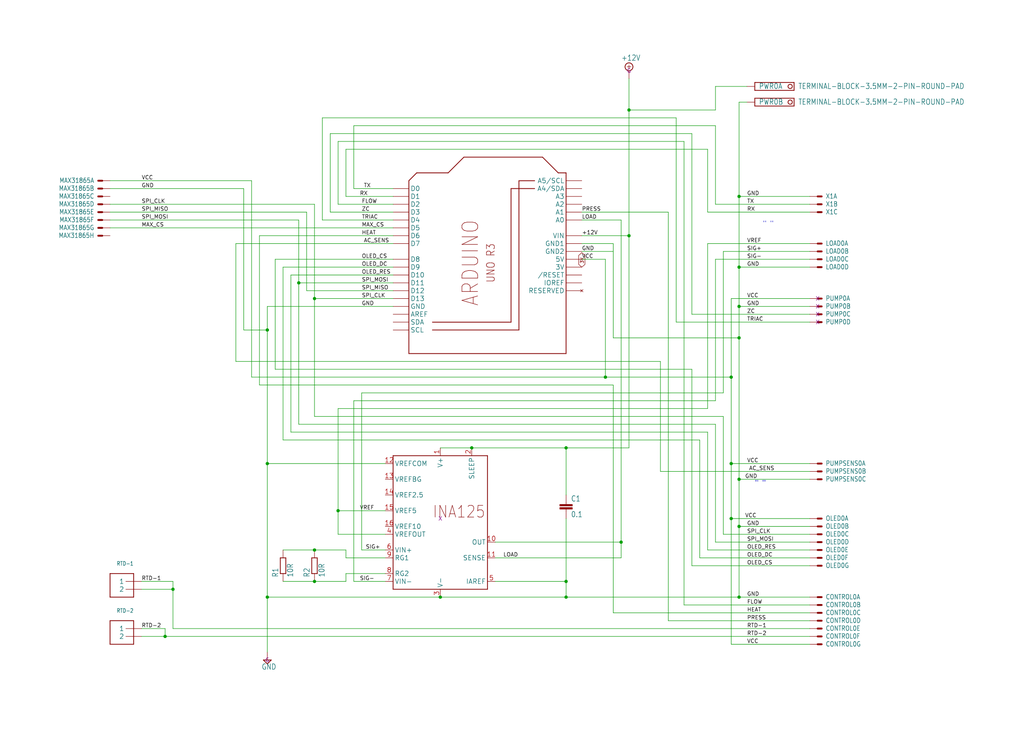
<source format=kicad_sch>
(kicad_sch (version 20250114) (generator "eeschema") (generator_version "9.0")
  (paper "User" 330.81 237.693)
  (lib_symbols
    (symbol "controller-eagle-import:+12V" (power)
      (symbol "+12V_1_0"
        (polyline (pts (xy -0.635 1.27) (xy 0.635 1.27)) (stroke (width 0.1524)))
        (polyline (pts (xy 0 1.905) (xy 0 0.635)) (stroke (width 0.1524)))
        (circle (center 0 1.27) (radius 1.27) (stroke (width 0.254)))
        (pin power_in line (at 0 -2.54 90) (length 2.54) (name "+12V") (number "1"))
      )
    )
    (symbol "controller-eagle-import:22-23-2031"
      (property "Reference" "X" (at 2.54 -0.762 0))
      (symbol "22-23-2031_1_0"
        (polyline (pts (xy 1.27 0) (xy 0 0)) (stroke (width 0.6096)))
        (pin passive line (at -2.54 0 0) (length 2.54) (name "S") (number "1"))
      )
      (symbol "22-23-2031_2_0"
        (polyline (pts (xy 1.27 0) (xy 0 0)) (stroke (width 0.6096)))
        (pin passive line (at -2.54 0 0) (length 2.54) (name "S") (number "2"))
      )
      (symbol "22-23-2031_3_0"
        (polyline (pts (xy 1.27 0) (xy 0 0)) (stroke (width 0.6096)))
        (pin passive line (at -2.54 0 0) (length 2.54) (name "S") (number "3"))
      )
    )
    (symbol "controller-eagle-import:22-23-2041"
      (property "Reference" "X" (at 2.54 -0.762 0))
      (symbol "22-23-2041_1_0"
        (polyline (pts (xy 1.27 0) (xy 0 0)) (stroke (width 0.6096)))
        (pin passive line (at -2.54 0 0) (length 2.54) (name "S") (number "1"))
      )
      (symbol "22-23-2041_2_0"
        (polyline (pts (xy 1.27 0) (xy 0 0)) (stroke (width 0.6096)))
        (pin passive line (at -2.54 0 0) (length 2.54) (name "S") (number "2"))
      )
      (symbol "22-23-2041_3_0"
        (polyline (pts (xy 1.27 0) (xy 0 0)) (stroke (width 0.6096)))
        (pin passive line (at -2.54 0 0) (length 2.54) (name "S") (number "3"))
      )
      (symbol "22-23-2041_4_0"
        (polyline (pts (xy 1.27 0) (xy 0 0)) (stroke (width 0.6096)))
        (pin passive line (at -2.54 0 0) (length 2.54) (name "S") (number "4"))
      )
    )
    (symbol "controller-eagle-import:22-23-2071"
      (property "Reference" "X" (at 2.54 -0.762 0))
      (symbol "22-23-2071_1_0"
        (polyline (pts (xy 1.27 0) (xy 0 0)) (stroke (width 0.6096)))
        (pin passive line (at -2.54 0 0) (length 2.54) (name "S") (number "1"))
      )
      (symbol "22-23-2071_2_0"
        (polyline (pts (xy 1.27 0) (xy 0 0)) (stroke (width 0.6096)))
        (pin passive line (at -2.54 0 0) (length 2.54) (name "S") (number "2"))
      )
      (symbol "22-23-2071_3_0"
        (polyline (pts (xy 1.27 0) (xy 0 0)) (stroke (width 0.6096)))
        (pin passive line (at -2.54 0 0) (length 2.54) (name "S") (number "3"))
      )
      (symbol "22-23-2071_4_0"
        (polyline (pts (xy 1.27 0) (xy 0 0)) (stroke (width 0.6096)))
        (pin passive line (at -2.54 0 0) (length 2.54) (name "S") (number "4"))
      )
      (symbol "22-23-2071_5_0"
        (polyline (pts (xy 1.27 0) (xy 0 0)) (stroke (width 0.6096)))
        (pin passive line (at -2.54 0 0) (length 2.54) (name "S") (number "5"))
      )
      (symbol "22-23-2071_6_0"
        (polyline (pts (xy 1.27 0) (xy 0 0)) (stroke (width 0.6096)))
        (pin passive line (at -2.54 0 0) (length 2.54) (name "S") (number "6"))
      )
      (symbol "22-23-2071_7_0"
        (polyline (pts (xy 1.27 0) (xy 0 0)) (stroke (width 0.6096)))
        (pin passive line (at -2.54 0 0) (length 2.54) (name "S") (number "7"))
      )
    )
    (symbol "controller-eagle-import:22-23-2081"
      (property "Reference" "X" (at 2.54 -0.762 0))
      (symbol "22-23-2081_1_0"
        (polyline (pts (xy 1.27 0) (xy 0 0)) (stroke (width 0.6096)))
        (pin passive line (at -2.54 0 0) (length 2.54) (name "S") (number "1"))
      )
      (symbol "22-23-2081_2_0"
        (polyline (pts (xy 1.27 0) (xy 0 0)) (stroke (width 0.6096)))
        (pin passive line (at -2.54 0 0) (length 2.54) (name "S") (number "2"))
      )
      (symbol "22-23-2081_3_0"
        (polyline (pts (xy 1.27 0) (xy 0 0)) (stroke (width 0.6096)))
        (pin passive line (at -2.54 0 0) (length 2.54) (name "S") (number "3"))
      )
      (symbol "22-23-2081_4_0"
        (polyline (pts (xy 1.27 0) (xy 0 0)) (stroke (width 0.6096)))
        (pin passive line (at -2.54 0 0) (length 2.54) (name "S") (number "4"))
      )
      (symbol "22-23-2081_5_0"
        (polyline (pts (xy 1.27 0) (xy 0 0)) (stroke (width 0.6096)))
        (pin passive line (at -2.54 0 0) (length 2.54) (name "S") (number "5"))
      )
      (symbol "22-23-2081_6_0"
        (polyline (pts (xy 1.27 0) (xy 0 0)) (stroke (width 0.6096)))
        (pin passive line (at -2.54 0 0) (length 2.54) (name "S") (number "6"))
      )
      (symbol "22-23-2081_7_0"
        (polyline (pts (xy 1.27 0) (xy 0 0)) (stroke (width 0.6096)))
        (pin passive line (at -2.54 0 0) (length 2.54) (name "S") (number "7"))
      )
      (symbol "22-23-2081_8_0"
        (polyline (pts (xy 1.27 0) (xy 0 0)) (stroke (width 0.6096)))
        (pin passive line (at -2.54 0 0) (length 2.54) (name "S") (number "8"))
      )
    )
    (symbol "controller-eagle-import:ARDUINOR3-BPLACE"
      (symbol "ARDUINOR3-BPLACE_1_0"
        (polyline (pts (xy -33.02 25.4) (xy -33.02 -25.4)) (stroke (width 0.254)))
        (polyline (pts (xy -33.02 -25.4) (xy 25.4 -25.4)) (stroke (width 0.254)))
        (polyline (pts (xy -25.4 17.78) (xy -25.4 -10.16)) (stroke (width 0.254)))
        (polyline (pts (xy -25.4 -10.16) (xy 22.86 -10.16)) (stroke (width 0.254)))
        (polyline (pts (xy -22.86 17.78) (xy -22.86 -7.62)) (stroke (width 0.254)))
        (polyline (pts (xy -22.86 -7.62) (xy 20.32 -7.62)) (stroke (width 0.254)))
        (polyline (pts (xy 20.32 -7.62) (xy 20.32 -15.24)) (stroke (width 0.254)))
        (polyline (pts (xy 22.86 25.4) (xy -33.02 25.4)) (stroke (width 0.254)))
        (polyline (pts (xy 22.86 -10.16) (xy 22.86 -15.24)) (stroke (width 0.254)))
        (polyline (pts (xy 25.4 22.86) (xy 22.86 25.4)) (stroke (width 0.254)))
        (polyline (pts (xy 25.4 12.7) (xy 25.4 22.86)) (stroke (width 0.254)))
        (polyline (pts (xy 25.4 -22.86) (xy 30.48 -17.78)) (stroke (width 0.254)))
        (polyline (pts (xy 25.4 -25.4) (xy 25.4 -22.86)) (stroke (width 0.254)))
        (polyline (pts (xy 30.48 7.62) (xy 25.4 12.7)) (stroke (width 0.254)))
        (polyline (pts (xy 30.48 -17.78) (xy 30.48 7.62)) (stroke (width 0.254)))
        (text "ARDUINO" (at -17.78 2.54 0) (effects (font (size 5.08 4.318)) (justify left bottom)))
        (text "UNO R3" (at -10.16 -2.54 0) (effects (font (size 2.54 2.159)) (justify left bottom)))
        (pin bidirectional line (at -25.4 30.48 270) (length 5.08) (name "SCL") (number "SCL"))
        (pin bidirectional line (at -22.86 30.48 270) (length 5.08) (name "SDA") (number "SDA"))
        (pin bidirectional line (at -20.32 30.48 270) (length 5.08) (name "AREF") (number "AREF"))
        (pin power_in line (at -17.78 30.48 270) (length 5.08) (name "GND") (number "GND"))
        (pin bidirectional line (at -15.24 30.48 270) (length 5.08) (name "D13") (number "D13"))
        (pin bidirectional line (at -12.7 30.48 270) (length 5.08) (name "D12") (number "D12"))
        (pin no_connect line (at -12.7 -30.48 90) (length 5.08) (name "RESERVED") (number "RESERVED"))
        (pin bidirectional line (at -10.16 30.48 270) (length 5.08) (name "D11") (number "D11"))
        (pin output line (at -10.16 -30.48 90) (length 5.08) (name "IOREF") (number "IOREF"))
        (pin bidirectional line (at -7.62 30.48 270) (length 5.08) (name "D10") (number "D10"))
        (pin bidirectional line (at -7.62 -30.48 90) (length 5.08) (name "/RESET") (number "RESET"))
        (pin bidirectional line (at -5.08 30.48 270) (length 5.08) (name "D9") (number "D9"))
        (pin power_in line (at -5.08 -30.48 90) (length 5.08) (name "3V") (number "3V"))
        (pin bidirectional line (at -2.54 30.48 270) (length 5.08) (name "D8") (number "D8"))
        (pin power_in line (at -2.54 -30.48 90) (length 5.08) (name "5V") (number "5V"))
        (pin power_in line (at 0 -30.48 90) (length 5.08) (name "GND2") (number "GND2"))
        (pin bidirectional line (at 2.54 30.48 270) (length 5.08) (name "D7") (number "D7"))
        (pin power_in line (at 2.54 -30.48 90) (length 5.08) (name "GND1") (number "GND1"))
        (pin bidirectional line (at 5.08 30.48 270) (length 5.08) (name "D6") (number "D6"))
        (pin power_in line (at 5.08 -30.48 90) (length 5.08) (name "VIN") (number "VIN"))
        (pin bidirectional line (at 7.62 30.48 270) (length 5.08) (name "D5") (number "D5"))
        (pin bidirectional line (at 10.16 30.48 270) (length 5.08) (name "D4") (number "D4"))
        (pin bidirectional line (at 10.16 -30.48 90) (length 5.08) (name "A0") (number "A0"))
        (pin bidirectional line (at 12.7 30.48 270) (length 5.08) (name "D3") (number "D3"))
        (pin bidirectional line (at 12.7 -30.48 90) (length 5.08) (name "A1") (number "A1"))
        (pin bidirectional line (at 15.24 30.48 270) (length 5.08) (name "D2") (number "D2"))
        (pin bidirectional line (at 15.24 -30.48 90) (length 5.08) (name "A2") (number "A2"))
        (pin bidirectional line (at 17.78 30.48 270) (length 5.08) (name "D1") (number "D1"))
        (pin bidirectional line (at 17.78 -30.48 90) (length 5.08) (name "A3") (number "A3"))
        (pin bidirectional line (at 20.32 30.48 270) (length 5.08) (name "D0") (number "D0"))
        (pin bidirectional line (at 20.32 -30.48 90) (length 5.08) (name "A4/SDA") (number "A4"))
        (pin bidirectional line (at 22.86 -30.48 90) (length 5.08) (name "A5/SCL") (number "A5"))
      )
    )
    (symbol "controller-eagle-import:C-EU025-025X050"
      (property "Reference" "C" (at 1.524 0.381 0))
      (symbol "C-EU025-025X050_1_0"
        (rectangle (start -2.032 -1.016) (end 2.032 -0.508) (fill (type outline)))
        (rectangle (start -2.032 -2.032) (end 2.032 -1.524) (fill (type outline)))
        (polyline (pts (xy 0 0) (xy 0 -0.508)) (stroke (width 0.1524)))
        (polyline (pts (xy 0 -2.54) (xy 0 -2.032)) (stroke (width 0.1524)))
        (pin passive line (at 0 2.54 270) (length 2.54) (name "1") (number "1"))
        (pin passive line (at 0 -5.08 90) (length 2.54) (name "2") (number "2"))
      )
    )
    (symbol "controller-eagle-import:GND" (power)
      (symbol "GND_1_0"
        (polyline (pts (xy -1.27 0) (xy 1.27 0)) (stroke (width 0.254)))
        (polyline (pts (xy 0 -1.27) (xy -1.27 0)) (stroke (width 0.254)))
        (polyline (pts (xy 1.27 0) (xy 0 -1.27)) (stroke (width 0.254)))
        (pin power_in line (at 0 2.54 270) (length 2.54) (name "GND") (number "1"))
      )
    )
    (symbol "controller-eagle-import:INA125"
      (symbol "INA125_1_0"
        (polyline (pts (xy -15.24 20.32) (xy -15.24 -22.86)) (stroke (width 0.254)))
        (polyline (pts (xy -15.24 20.32) (xy 15.24 20.32)) (stroke (width 0.254)))
        (polyline (pts (xy -15.24 -22.86) (xy 15.24 -22.86)) (stroke (width 0.254)))
        (polyline (pts (xy 15.24 -22.86) (xy 15.24 20.32)) (stroke (width 0.254)))
        (text "INA125" (at -2.54 0 0) (effects (font (size 3.81 3.2385)) (justify left bottom)))
        (pin input line (at -17.78 17.78 0) (length 2.54) (name "VREFCOM") (number "12"))
        (pin output line (at -17.78 12.7 0) (length 2.54) (name "VREFBG") (number "13"))
        (pin output line (at -17.78 7.62 0) (length 2.54) (name "VREF2.5") (number "14"))
        (pin output line (at -17.78 2.54 0) (length 2.54) (name "VREF5") (number "15"))
        (pin output line (at -17.78 -2.54 0) (length 2.54) (name "VREF10") (number "16"))
        (pin output line (at -17.78 -5.08 0) (length 2.54) (name "VREFOUT") (number "4"))
        (pin input line (at -17.78 -10.16 0) (length 2.54) (name "VIN+") (number "6"))
        (pin bidirectional line (at -17.78 -12.7 0) (length 2.54) (name "RG1") (number "9"))
        (pin bidirectional line (at -17.78 -17.78 0) (length 2.54) (name "RG2") (number "8"))
        (pin input line (at -17.78 -20.32 0) (length 2.54) (name "VIN-") (number "7"))
        (pin power_in line (at 0 22.86 270) (length 2.54) (name "V+") (number "1"))
        (pin bidirectional line (at 0 -25.4 90) (length 2.54) (name "V-") (number "3"))
        (pin input line (at 10.16 22.86 270) (length 2.54) (name "SLEEP") (number "2"))
        (pin output line (at 17.78 -7.62 180) (length 2.54) (name "OUT") (number "10"))
        (pin output line (at 17.78 -12.7 180) (length 2.54) (name "SENSE") (number "11"))
        (pin bidirectional line (at 17.78 -20.32 180) (length 2.54) (name "IAREF") (number "5"))
      )
    )
    (symbol "controller-eagle-import:R-EU_0309/12"
      (property "Reference" "R" (at -3.81 1.4986 0))
      (symbol "R-EU_0309/12_1_0"
        (polyline (pts (xy -2.54 -0.889) (xy -2.54 0.889)) (stroke (width 0.254)))
        (polyline (pts (xy -2.54 -0.889) (xy 2.54 -0.889)) (stroke (width 0.254)))
        (polyline (pts (xy 2.54 0.889) (xy -2.54 0.889)) (stroke (width 0.254)))
        (polyline (pts (xy 2.54 -0.889) (xy 2.54 0.889)) (stroke (width 0.254)))
        (pin passive line (at -5.08 0 0) (length 2.54) (name "1") (number "1"))
        (pin passive line (at 5.08 0 180) (length 2.54) (name "2") (number "2"))
      )
    )
    (symbol "controller-eagle-import:TERMBLOCK_1X2"
      (property "Reference" "J" (at -2.54 7.62 0))
      (symbol "TERMBLOCK_1X2_1_0"
        (polyline (pts (xy -2.54 5.08) (xy -2.54 -2.54)) (stroke (width 0.254)))
        (polyline (pts (xy -2.54 -2.54) (xy 5.08 -2.54)) (stroke (width 0.254)))
        (polyline (pts (xy 5.08 5.08) (xy -2.54 5.08)) (stroke (width 0.254)))
        (polyline (pts (xy 5.08 -2.54) (xy 5.08 5.08)) (stroke (width 0.254)))
        (pin passive line (at -5.08 2.54 0) (length 5.08) (name "1") (number "1"))
        (pin passive line (at -5.08 0 0) (length 5.08) (name "2") (number "2"))
      )
    )
    (symbol "controller-eagle-import:TERMINAL-BLOCK-3.5MM-2-PIN-ROUND-PAD"
      (property "Reference" "X" (at 1.27 -0.889 0))
      (symbol "TERMINAL-BLOCK-3.5MM-2-PIN-ROUND-PAD_1_0"
        (polyline (pts (xy 0 1.27) (xy 12.7 1.27)) (stroke (width 0.254)))
        (polyline (pts (xy 0 -1.27) (xy 0 1.27)) (stroke (width 0.254)))
        (circle (center 11.43 0) (radius 0.6839) (stroke (width 0.254)))
        (polyline (pts (xy 12.7 -1.27) (xy 0 -1.27)) (stroke (width 0.254)))
        (polyline (pts (xy 12.7 -1.27) (xy 12.7 1.27)) (stroke (width 0.254)))
        (pin passive line (at -2.54 0 0) (length 2.54) (name "K") (number "1"))
      )
      (symbol "TERMINAL-BLOCK-3.5MM-2-PIN-ROUND-PAD_2_0"
        (polyline (pts (xy 0 1.27) (xy 12.7 1.27)) (stroke (width 0.254)))
        (polyline (pts (xy 0 -1.27) (xy 0 1.27)) (stroke (width 0.254)))
        (circle (center 11.43 0) (radius 0.6839) (stroke (width 0.254)))
        (polyline (pts (xy 12.7 -1.27) (xy 0 -1.27)) (stroke (width 0.254)))
        (polyline (pts (xy 12.7 -1.27) (xy 12.7 1.27)) (stroke (width 0.254)))
        (pin passive line (at -2.54 0 0) (length 2.54) (name "K") (number "2"))
      )
    )
  )
  (text "\" \"" (at 243.84 157.48 0) (effects (font (size 1.778 1.5113)) (justify left bottom)))
  (text "\" \"" (at 246.38 73.66 0) (effects (font (size 1.778 1.5113)) (justify left bottom)))
  (text "\" \"" (at 243.84 157.48 0) (effects (font (size 1.778 1.5113)) (justify left bottom)))
  (junction (at 236.22 149.86))
  (junction (at 238.76 99.06))
  (junction (at 236.22 121.92))
  (junction (at 182.88 187.96))
  (junction (at 200.66 175.26))
  (junction (at 109.22 165.1))
  (junction (at 238.76 63.5))
  (junction (at 182.88 193.04))
  (junction (at 86.36 149.86))
  (junction (at 238.76 154.94))
  (junction (at 101.6 96.52))
  (junction (at 142.24 193.04))
  (junction (at 238.76 193.04))
  (junction (at 182.88 144.78))
  (junction (at 55.88 190.5))
  (junction (at 86.36 193.04))
  (junction (at 86.36 106.68))
  (junction (at 238.76 109.22))
  (junction (at 53.34 205.74))
  (junction (at 236.22 167.64))
  (junction (at 101.6 187.96))
  (junction (at 152.4 144.78))
  (junction (at 238.76 86.36))
  (junction (at 96.52 91.44))
  (junction (at 238.76 170.18))
  (junction (at 203.2 76.2))
  (junction (at 195.58 121.92))
  (junction (at 203.2 35.56))
  (junction (at 101.6 177.8))
  (wire (pts (xy 261.62 86.36) (xy 238.76 86.36)) (stroke (width 0.1524)))
  (wire (pts (xy 127 63.5) (xy 111.76 63.5)) (stroke (width 0.1524)))
  (wire (pts (xy 238.76 154.94) (xy 238.76 170.18)) (stroke (width 0.1524)))
  (wire (pts (xy 203.2 76.2) (xy 203.2 144.78)) (stroke (width 0.1524)))
  (wire (pts (xy 200.66 71.12) (xy 187.96 71.12)) (stroke (width 0.1524)))
  (wire (pts (xy 160.02 187.96) (xy 182.88 187.96)) (stroke (width 0.1524)))
  (wire (pts (xy 228.6 132.08) (xy 228.6 78.74)) (stroke (width 0.1524)))
  (wire (pts (xy 45.72 205.74) (xy 53.34 205.74)) (stroke (width 0.1524)))
  (wire (pts (xy 231.14 175.26) (xy 261.62 175.26)) (stroke (width 0.1524)))
  (wire (pts (xy 223.52 119.38) (xy 223.52 182.88)) (stroke (width 0.1524)))
  (wire (pts (xy 96.52 137.16) (xy 231.14 137.16)) (stroke (width 0.1524)))
  (wire (pts (xy 106.68 68.58) (xy 106.68 43.18)) (stroke (width 0.1524)))
  (wire (pts (xy 195.58 121.92) (xy 195.58 83.82)) (stroke (width 0.1524)))
  (wire (pts (xy 261.62 172.72) (xy 233.68 172.72)) (stroke (width 0.1524)))
  (wire (pts (xy 228.6 177.8) (xy 261.62 177.8)) (stroke (width 0.1524)))
  (wire (pts (xy 160.02 180.34) (xy 200.66 180.34)) (stroke (width 0.1524)))
  (wire (pts (xy 81.28 121.92) (xy 81.28 58.42)) (stroke (width 0.1524)))
  (wire (pts (xy 78.74 60.96) (xy 78.74 106.68)) (stroke (width 0.1524)))
  (wire (pts (xy 142.24 144.78) (xy 152.4 144.78)) (stroke (width 0.1524)))
  (wire (pts (xy 226.06 180.34) (xy 261.62 180.34)) (stroke (width 0.1524)))
  (wire (pts (xy 88.9 119.38) (xy 223.52 119.38)) (stroke (width 0.1524)))
  (wire (pts (xy 111.76 185.42) (xy 111.76 187.96)) (stroke (width 0.1524)))
  (wire (pts (xy 236.22 208.28) (xy 261.62 208.28)) (stroke (width 0.1524)))
  (wire (pts (xy 231.14 35.56) (xy 203.2 35.56)) (stroke (width 0.1524)))
  (wire (pts (xy 261.62 154.94) (xy 238.76 154.94)) (stroke (width 0.1524)))
  (wire (pts (xy 236.22 96.52) (xy 236.22 121.92)) (stroke (width 0.1524)))
  (wire (pts (xy 35.56 71.12) (xy 96.52 71.12)) (stroke (width 0.1524)))
  (wire (pts (xy 228.6 78.74) (xy 261.62 78.74)) (stroke (width 0.1524)))
  (wire (pts (xy 160.02 175.26) (xy 200.66 175.26)) (stroke (width 0.1524)))
  (wire (pts (xy 261.62 101.6) (xy 223.52 101.6)) (stroke (width 0.1524)))
  (wire (pts (xy 96.52 137.16) (xy 96.52 91.44)) (stroke (width 0.1524)))
  (wire (pts (xy 86.36 149.86) (xy 86.36 193.04)) (stroke (width 0.1524)))
  (wire (pts (xy 101.6 134.62) (xy 233.68 134.62)) (stroke (width 0.1524)))
  (wire (pts (xy 238.76 86.36) (xy 238.76 63.5)) (stroke (width 0.1524)))
  (wire (pts (xy 127 86.36) (xy 91.44 86.36)) (stroke (width 0.1524)))
  (wire (pts (xy 198.12 78.74) (xy 198.12 81.28)) (stroke (width 0.1524)))
  (wire (pts (xy 198.12 81.28) (xy 187.96 81.28)) (stroke (width 0.1524)))
  (wire (pts (xy 127 83.82) (xy 88.9 83.82)) (stroke (width 0.1524)))
  (wire (pts (xy 83.82 76.2) (xy 127 76.2)) (stroke (width 0.1524)))
  (wire (pts (xy 220.98 45.72) (xy 109.22 45.72)) (stroke (width 0.1524)))
  (wire (pts (xy 215.9 200.66) (xy 261.62 200.66)) (stroke (width 0.1524)))
  (wire (pts (xy 182.88 167.64) (xy 182.88 187.96)) (stroke (width 0.1524)))
  (wire (pts (xy 88.9 83.82) (xy 88.9 119.38)) (stroke (width 0.1524)))
  (wire (pts (xy 261.62 83.82) (xy 231.14 83.82)) (stroke (width 0.1524)))
  (wire (pts (xy 86.36 106.68) (xy 86.36 99.06)) (stroke (width 0.1524)))
  (wire (pts (xy 86.36 106.68) (xy 86.36 149.86)) (stroke (width 0.1524)))
  (wire (pts (xy 238.76 170.18) (xy 238.76 193.04)) (stroke (width 0.1524)))
  (wire (pts (xy 182.88 160.02) (xy 182.88 144.78)) (stroke (width 0.1524)))
  (wire (pts (xy 187.96 78.74) (xy 198.12 78.74)) (stroke (width 0.1524)))
  (wire (pts (xy 124.46 172.72) (xy 109.22 172.72)) (stroke (width 0.1524)))
  (wire (pts (xy 223.52 182.88) (xy 261.62 182.88)) (stroke (width 0.1524)))
  (wire (pts (xy 238.76 63.5) (xy 238.76 33.02)) (stroke (width 0.1524)))
  (wire (pts (xy 198.12 198.12) (xy 198.12 124.46)) (stroke (width 0.1524)))
  (wire (pts (xy 96.52 91.44) (xy 127 91.44)) (stroke (width 0.1524)))
  (wire (pts (xy 142.24 193.04) (xy 86.36 193.04)) (stroke (width 0.1524)))
  (wire (pts (xy 238.76 193.04) (xy 182.88 193.04)) (stroke (width 0.1524)))
  (wire (pts (xy 213.36 152.4) (xy 261.62 152.4)) (stroke (width 0.1524)))
  (wire (pts (xy 116.84 127) (xy 233.68 127)) (stroke (width 0.1524)))
  (wire (pts (xy 215.9 68.58) (xy 187.96 68.58)) (stroke (width 0.1524)))
  (wire (pts (xy 111.76 48.26) (xy 111.76 63.5)) (stroke (width 0.1524)))
  (wire (pts (xy 109.22 45.72) (xy 109.22 66.04)) (stroke (width 0.1524)))
  (wire (pts (xy 127 96.52) (xy 101.6 96.52)) (stroke (width 0.1524)))
  (wire (pts (xy 93.98 139.7) (xy 93.98 88.9)) (stroke (width 0.1524)))
  (wire (pts (xy 223.52 43.18) (xy 106.68 43.18)) (stroke (width 0.1524)))
  (wire (pts (xy 76.2 116.84) (xy 213.36 116.84)) (stroke (width 0.1524)))
  (wire (pts (xy 45.72 187.96) (xy 55.88 187.96)) (stroke (width 0.1524)))
  (wire (pts (xy 195.58 83.82) (xy 187.96 83.82)) (stroke (width 0.1524)))
  (wire (pts (xy 101.6 96.52) (xy 101.6 134.62)) (stroke (width 0.1524)))
  (wire (pts (xy 93.98 88.9) (xy 127 88.9)) (stroke (width 0.1524)))
  (wire (pts (xy 261.62 99.06) (xy 238.76 99.06)) (stroke (width 0.1524)))
  (wire (pts (xy 96.52 91.44) (xy 96.52 71.12)) (stroke (width 0.1524)))
  (wire (pts (xy 124.46 185.42) (xy 111.76 185.42)) (stroke (width 0.1524)))
  (wire (pts (xy 236.22 149.86) (xy 236.22 167.64)) (stroke (width 0.1524)))
  (wire (pts (xy 198.12 109.22) (xy 198.12 81.28)) (stroke (width 0.1524)))
  (wire (pts (xy 53.34 205.74) (xy 53.34 203.2)) (stroke (width 0.1524)))
  (wire (pts (xy 261.62 205.74) (xy 53.34 205.74)) (stroke (width 0.1524)))
  (wire (pts (xy 231.14 137.16) (xy 231.14 175.26)) (stroke (width 0.1524)))
  (wire (pts (xy 215.9 68.58) (xy 215.9 200.66)) (stroke (width 0.1524)))
  (wire (pts (xy 203.2 76.2) (xy 203.2 35.56)) (stroke (width 0.1524)))
  (wire (pts (xy 109.22 165.1) (xy 109.22 132.08)) (stroke (width 0.1524)))
  (wire (pts (xy 261.62 167.64) (xy 236.22 167.64)) (stroke (width 0.1524)))
  (wire (pts (xy 238.76 86.36) (xy 238.76 99.06)) (stroke (width 0.1524)))
  (wire (pts (xy 104.14 71.12) (xy 127 71.12)) (stroke (width 0.1524)))
  (wire (pts (xy 236.22 167.64) (xy 236.22 208.28)) (stroke (width 0.1524)))
  (wire (pts (xy 99.06 68.58) (xy 99.06 93.98)) (stroke (width 0.1524)))
  (wire (pts (xy 231.14 129.54) (xy 231.14 83.82)) (stroke (width 0.1524)))
  (wire (pts (xy 223.52 101.6) (xy 223.52 43.18)) (stroke (width 0.1524)))
  (wire (pts (xy 86.36 193.04) (xy 86.36 210.82)) (stroke (width 0.1524)))
  (wire (pts (xy 261.62 195.58) (xy 220.98 195.58)) (stroke (width 0.1524)))
  (wire (pts (xy 76.2 116.84) (xy 76.2 78.74)) (stroke (width 0.1524)))
  (wire (pts (xy 238.76 33.02) (xy 241.3 33.02)) (stroke (width 0.1524)))
  (wire (pts (xy 195.58 121.92) (xy 81.28 121.92)) (stroke (width 0.1524)))
  (wire (pts (xy 261.62 203.2) (xy 55.88 203.2)) (stroke (width 0.1524)))
  (wire (pts (xy 220.98 195.58) (xy 220.98 45.72)) (stroke (width 0.1524)))
  (wire (pts (xy 55.88 187.96) (xy 55.88 190.5)) (stroke (width 0.1524)))
  (wire (pts (xy 200.66 180.34) (xy 200.66 175.26)) (stroke (width 0.1524)))
  (wire (pts (xy 111.76 180.34) (xy 111.76 177.8)) (stroke (width 0.1524)))
  (wire (pts (xy 261.62 170.18) (xy 238.76 170.18)) (stroke (width 0.1524)))
  (wire (pts (xy 236.22 121.92) (xy 236.22 149.86)) (stroke (width 0.1524)))
  (wire (pts (xy 203.2 35.56) (xy 203.2 25.4)) (stroke (width 0.1524)))
  (wire (pts (xy 152.4 144.78) (xy 182.88 144.78)) (stroke (width 0.1524)))
  (wire (pts (xy 35.56 66.04) (xy 101.6 66.04)) (stroke (width 0.1524)))
  (wire (pts (xy 228.6 68.58) (xy 228.6 48.26)) (stroke (width 0.1524)))
  (wire (pts (xy 228.6 177.8) (xy 228.6 139.7)) (stroke (width 0.1524)))
  (wire (pts (xy 261.62 198.12) (xy 198.12 198.12)) (stroke (width 0.1524)))
  (wire (pts (xy 114.3 60.96) (xy 127 60.96)) (stroke (width 0.1524)))
  (wire (pts (xy 238.76 109.22) (xy 238.76 154.94)) (stroke (width 0.1524)))
  (wire (pts (xy 226.06 142.24) (xy 226.06 180.34)) (stroke (width 0.1524)))
  (wire (pts (xy 198.12 124.46) (xy 83.82 124.46)) (stroke (width 0.1524)))
  (wire (pts (xy 182.88 193.04) (xy 142.24 193.04)) (stroke (width 0.1524)))
  (wire (pts (xy 127 68.58) (xy 106.68 68.58)) (stroke (width 0.1524)))
  (wire (pts (xy 45.72 203.2) (xy 53.34 203.2)) (stroke (width 0.1524)))
  (wire (pts (xy 218.44 38.1) (xy 104.14 38.1)) (stroke (width 0.1524)))
  (wire (pts (xy 109.22 132.08) (xy 228.6 132.08)) (stroke (width 0.1524)))
  (wire (pts (xy 231.14 27.94) (xy 231.14 35.56)) (stroke (width 0.1524)))
  (wire (pts (xy 99.06 93.98) (xy 127 93.98)) (stroke (width 0.1524)))
  (wire (pts (xy 238.76 193.04) (xy 261.62 193.04)) (stroke (width 0.1524)))
  (wire (pts (xy 261.62 68.58) (xy 228.6 68.58)) (stroke (width 0.1524)))
  (wire (pts (xy 195.58 121.92) (xy 236.22 121.92)) (stroke (width 0.1524)))
  (wire (pts (xy 35.56 60.96) (xy 78.74 60.96)) (stroke (width 0.1524)))
  (wire (pts (xy 86.36 99.06) (xy 127 99.06)) (stroke (width 0.1524)))
  (wire (pts (xy 200.66 175.26) (xy 200.66 71.12)) (stroke (width 0.1524)))
  (wire (pts (xy 203.2 76.2) (xy 187.96 76.2)) (stroke (width 0.1524)))
  (wire (pts (xy 114.3 129.54) (xy 231.14 129.54)) (stroke (width 0.1524)))
  (wire (pts (xy 111.76 177.8) (xy 101.6 177.8)) (stroke (width 0.1524)))
  (wire (pts (xy 111.76 187.96) (xy 101.6 187.96)) (stroke (width 0.1524)))
  (wire (pts (xy 104.14 38.1) (xy 104.14 71.12)) (stroke (width 0.1524)))
  (wire (pts (xy 76.2 78.74) (xy 127 78.74)) (stroke (width 0.1524)))
  (wire (pts (xy 45.72 190.5) (xy 55.88 190.5)) (stroke (width 0.1524)))
  (wire (pts (xy 124.46 180.34) (xy 111.76 180.34)) (stroke (width 0.1524)))
  (wire (pts (xy 101.6 187.96) (xy 91.44 187.96)) (stroke (width 0.1524)))
  (wire (pts (xy 109.22 66.04) (xy 127 66.04)) (stroke (width 0.1524)))
  (wire (pts (xy 233.68 134.62) (xy 233.68 172.72)) (stroke (width 0.1524)))
  (wire (pts (xy 261.62 96.52) (xy 236.22 96.52)) (stroke (width 0.1524)))
  (wire (pts (xy 35.56 73.66) (xy 127 73.66)) (stroke (width 0.1524)))
  (wire (pts (xy 218.44 104.14) (xy 218.44 38.1)) (stroke (width 0.1524)))
  (wire (pts (xy 228.6 139.7) (xy 93.98 139.7)) (stroke (width 0.1524)))
  (wire (pts (xy 124.46 165.1) (xy 109.22 165.1)) (stroke (width 0.1524)))
  (wire (pts (xy 101.6 177.8) (xy 91.44 177.8)) (stroke (width 0.1524)))
  (wire (pts (xy 261.62 66.04) (xy 231.14 66.04)) (stroke (width 0.1524)))
  (wire (pts (xy 261.62 104.14) (xy 218.44 104.14)) (stroke (width 0.1524)))
  (wire (pts (xy 124.46 177.8) (xy 116.84 177.8)) (stroke (width 0.1524)))
  (wire (pts (xy 203.2 144.78) (xy 182.88 144.78)) (stroke (width 0.1524)))
  (wire (pts (xy 114.3 187.96) (xy 114.3 129.54)) (stroke (width 0.1524)))
  (wire (pts (xy 83.82 124.46) (xy 83.82 76.2)) (stroke (width 0.1524)))
  (wire (pts (xy 241.3 27.94) (xy 231.14 27.94)) (stroke (width 0.1524)))
  (wire (pts (xy 101.6 96.52) (xy 101.6 66.04)) (stroke (width 0.1524)))
  (wire (pts (xy 231.14 40.64) (xy 231.14 66.04)) (stroke (width 0.1524)))
  (wire (pts (xy 114.3 40.64) (xy 114.3 60.96)) (stroke (width 0.1524)))
  (wire (pts (xy 91.44 142.24) (xy 226.06 142.24)) (stroke (width 0.1524)))
  (wire (pts (xy 81.28 58.42) (xy 35.56 58.42)) (stroke (width 0.1524)))
  (wire (pts (xy 233.68 127) (xy 233.68 81.28)) (stroke (width 0.1524)))
  (wire (pts (xy 198.12 109.22) (xy 238.76 109.22)) (stroke (width 0.1524)))
  (wire (pts (xy 238.76 99.06) (xy 238.76 109.22)) (stroke (width 0.1524)))
  (wire (pts (xy 261.62 81.28) (xy 233.68 81.28)) (stroke (width 0.1524)))
  (wire (pts (xy 213.36 116.84) (xy 213.36 152.4)) (stroke (width 0.1524)))
  (wire (pts (xy 124.46 149.86) (xy 86.36 149.86)) (stroke (width 0.1524)))
  (wire (pts (xy 182.88 187.96) (xy 182.88 193.04)) (stroke (width 0.1524)))
  (wire (pts (xy 91.44 86.36) (xy 91.44 142.24)) (stroke (width 0.1524)))
  (wire (pts (xy 35.56 68.58) (xy 99.06 68.58)) (stroke (width 0.1524)))
  (wire (pts (xy 109.22 172.72) (xy 109.22 165.1)) (stroke (width 0.1524)))
  (wire (pts (xy 261.62 63.5) (xy 238.76 63.5)) (stroke (width 0.1524)))
  (wire (pts (xy 228.6 48.26) (xy 111.76 48.26)) (stroke (width 0.1524)))
  (wire (pts (xy 114.3 40.64) (xy 231.14 40.64)) (stroke (width 0.1524)))
  (wire (pts (xy 55.88 190.5) (xy 55.88 203.2)) (stroke (width 0.1524)))
  (wire (pts (xy 116.84 177.8) (xy 116.84 127)) (stroke (width 0.1524)))
  (wire (pts (xy 78.74 106.68) (xy 86.36 106.68)) (stroke (width 0.1524)))
  (wire (pts (xy 261.62 149.86) (xy 236.22 149.86)) (stroke (width 0.1524)))
  (wire (pts (xy 124.46 187.96) (xy 114.3 187.96)) (stroke (width 0.1524)))
  (label "SPI_MOSI" (at 45.72 71.12 0) (effects (font (size 1.2446 1.2446))))
  (label "SPI_MISO" (at 116.84 93.98 0) (effects (font (size 1.2446 1.2446))))
  (label "LOAD" (at 162.56 180.34 0) (effects (font (size 1.2446 1.2446))))
  (label "VCC" (at 241.3 96.52 0) (effects (font (size 1.2446 1.2446))))
  (label "SPI_CLK" (at 116.84 96.52 0) (effects (font (size 1.2446 1.2446))))
  (label "VCC" (at 45.72 58.42 0) (effects (font (size 1.2446 1.2446))))
  (label "OLED_RES" (at 241.3 177.8 0) (effects (font (size 1.2446 1.2446))))
  (label "GND" (at 116.84 99.06 0) (effects (font (size 1.2446 1.2446))))
  (label "VCC" (at 241.3 208.28 0) (effects (font (size 1.2446 1.2446))))
  (label "OLED_RES" (at 116.84 88.9 0) (effects (font (size 1.2446 1.2446))))
  (label "GND" (at 241.3 63.5 0) (effects (font (size 1.2446 1.2446))))
  (label "GND" (at 45.72 60.96 0) (effects (font (size 1.2446 1.2446))))
  (label "GND" (at 187.96 81.28 0) (effects (font (size 1.2446 1.2446))))
  (label "TX" (at 117.475 60.96 0) (effects (font (size 1.2446 1.2446))))
  (label "VREF" (at 116.205 165.1 0) (effects (font (size 1.2446 1.2446))))
  (label "VCC" (at 240.665 167.64 0) (effects (font (size 1.2446 1.2446))))
  (label "VCC" (at 241.3 149.86 0) (effects (font (size 1.2446 1.2446))))
  (label "SPI_MISO" (at 45.72 68.58 0) (effects (font (size 1.2446 1.2446))))
  (label "ZC" (at 241.3 101.6 0) (effects (font (size 1.2446 1.2446))))
  (label "VCC" (at 187.96 83.82 0) (effects (font (size 1.2446 1.2446))))
  (label "GND" (at 241.3 193.04 0) (effects (font (size 1.2446 1.2446))))
  (label "SIG+" (at 118.11 177.8 0) (effects (font (size 1.2446 1.2446))))
  (label "RTD-1" (at 45.72 187.96 0) (effects (font (size 1.2446 1.2446))))
  (label "RTD-2" (at 241.3 205.74 0) (effects (font (size 1.2446 1.2446))))
  (label "RTD-1" (at 241.3 203.2 0) (effects (font (size 1.2446 1.2446))))
  (label "FLOW" (at 241.3 195.58 0) (effects (font (size 1.2446 1.2446))))
  (label "GND" (at 241.3 170.18 0) (effects (font (size 1.2446 1.2446))))
  (label "SIG-" (at 241.3 83.82 0) (effects (font (size 1.2446 1.2446))))
  (label "PRESS" (at 187.96 68.58 0) (effects (font (size 1.2446 1.2446))))
  (label "GND" (at 240.665 154.94 0) (effects (font (size 1.2446 1.2446))))
  (label "ZC" (at 116.84 68.58 0) (effects (font (size 1.2446 1.2446))))
  (label "RX" (at 116.205 63.5 0) (effects (font (size 1.2446 1.2446))))
  (label "TRIAC" (at 241.3 104.14 0) (effects (font (size 1.2446 1.2446))))
  (label "OLED_DC" (at 241.3 180.34 0) (effects (font (size 1.2446 1.2446))))
  (label "AC_SENS" (at 241.935 152.4 0) (effects (font (size 1.2446 1.2446))))
  (label "SPI_MOSI" (at 241.3 175.26 0) (effects (font (size 1.2446 1.2446))))
  (label "SPI_CLK" (at 45.72 66.04 0) (effects (font (size 1.2446 1.2446))))
  (label "OLED_DC" (at 116.84 86.36 0) (effects (font (size 1.2446 1.2446))))
  (label "SPI_MOSI" (at 116.84 91.44 0) (effects (font (size 1.2446 1.2446))))
  (label "SPI_CLK" (at 241.3 172.72 0) (effects (font (size 1.2446 1.2446))))
  (label "GND" (at 241.3 99.06 0) (effects (font (size 1.2446 1.2446))))
  (label "MAX_CS" (at 116.84 73.66 0) (effects (font (size 1.2446 1.2446))))
  (label "MAX_CS" (at 45.72 73.66 0) (effects (font (size 1.2446 1.2446))))
  (label "HEAT" (at 116.84 76.2 0) (effects (font (size 1.2446 1.2446))))
  (label "LOAD" (at 187.96 71.12 0) (effects (font (size 1.2446 1.2446))))
  (label "SIG+" (at 241.3 81.28 0) (effects (font (size 1.2446 1.2446))))
  (label "TX" (at 241.3 66.04 0) (effects (font (size 1.2446 1.2446))))
  (label "PRESS" (at 241.3 200.66 0) (effects (font (size 1.2446 1.2446))))
  (label "VREF" (at 241.3 78.74 0) (effects (font (size 1.2446 1.2446))))
  (label "RTD-2" (at 45.72 203.2 0) (effects (font (size 1.2446 1.2446))))
  (label "+12V" (at 187.96 76.2 0) (effects (font (size 1.2446 1.2446))))
  (label "SIG-" (at 116.205 187.96 0) (effects (font (size 1.2446 1.2446))))
  (label "TRIAC" (at 116.84 71.12 0) (effects (font (size 1.2446 1.2446))))
  (label "HEAT" (at 241.3 198.12 0) (effects (font (size 1.2446 1.2446))))
  (label "OLED_CS" (at 241.3 182.88 0) (effects (font (size 1.2446 1.2446))))
  (label "OLED_CS" (at 116.84 83.82 0) (effects (font (size 1.2446 1.2446))))
  (label "AC_SENS" (at 117.475 78.74 0) (effects (font (size 1.2446 1.2446))))
  (label "FLOW" (at 116.84 66.04 0) (effects (font (size 1.2446 1.2446))))
  (label "GND" (at 241.3 86.36 0) (effects (font (size 1.2446 1.2446))))
  (label "RX" (at 241.3 68.58 0) (effects (font (size 1.2446 1.2446))))
  (global_label "3V" (shape bidirectional) (at 187.96 86.36 90) (effects (font (size 1.016 1.016))) (property "Intersheetrefs" "${INTERSHEET_REFS}" (effects (hide yes))))
  (symbol (lib_id "controller-eagle-import:TERMBLOCK_1X2") (at 40.64 205.74 0) (mirror y) (unit 1)
    (property "Reference" "RTD-2" (at 43.18 198.12 0) (effects (font (size 1.27 1.0795)) (justify left bottom)))
    (property "Value" "TERMBLOCK_1X2" (effects (hide yes)))
    (property "Footprint" "controller:TERMBLOCK_1X2-3.5MM" (effects (hide yes)))
  )
  (symbol (lib_id "controller-eagle-import:22-23-2071") (at 264.16 205.74 0) (unit 6)
    (property "Reference" "CONTROL0" (at 266.7 206.502 0) (effects (font (size 1.524 1.2954)) (justify left bottom)))
    (property "Value" "22-23-2071" (effects (hide yes)))
    (property "Footprint" "controller:22-23-2071" (effects (hide yes)))
  )
  (symbol (lib_id "controller-eagle-import:22-23-2071") (at 264.16 203.2 0) (unit 5)
    (property "Reference" "CONTROL0" (at 266.7 203.962 0) (effects (font (size 1.524 1.2954)) (justify left bottom)))
    (property "Value" "22-23-2071" (effects (hide yes)))
    (property "Footprint" "controller:22-23-2071" (effects (hide yes)))
  )
  (symbol (lib_id "controller-eagle-import:22-23-2081") (at 33.02 73.66 0) (mirror y) (unit 7)
    (property "Reference" "MAX31865" (at 30.48 74.422 0) (effects (font (size 1.524 1.2954)) (justify left bottom)))
    (property "Value" "22-23-2081" (effects (hide yes)))
    (property "Footprint" "controller:22-23-2081" (effects (hide yes)))
  )
  (symbol (lib_id "controller-eagle-import:TERMINAL-BLOCK-3.5MM-2-PIN-ROUND-PAD") (at 243.84 33.02 0) (unit 2)
    (property "Reference" "PWR0" (at 245.11 33.909 0) (effects (font (size 1.778 1.5113)) (justify left bottom)))
    (property "Value" "TERMINAL-BLOCK-3.5MM-2-PIN-ROUND-PAD" (at 257.81 33.909 0) (effects (font (size 1.778 1.5113)) (justify left bottom)))
    (property "Footprint" "controller:TERMINAL-BLOCK-2-PIN-3.5MM-ROUND-PAD" (effects (hide yes)))
  )
  (symbol (lib_id "controller-eagle-import:22-23-2031") (at 264.16 68.58 0) (unit 3)
    (property "Reference" "X1" (at 266.7 69.342 0) (effects (font (size 1.524 1.2954)) (justify left bottom)))
    (property "Value" "22-23-2031" (effects (hide yes)))
    (property "Footprint" "controller:22-23-2031" (effects (hide yes)))
  )
  (symbol (lib_id "controller-eagle-import:C-EU025-025X050") (at 182.88 162.56 0) (unit 1)
    (property "Reference" "C1" (at 184.404 162.179 0) (effects (font (size 1.778 1.5113)) (justify left bottom)))
    (property "Value" "0.1" (at 184.404 167.259 0) (effects (font (size 1.778 1.5113)) (justify left bottom)))
    (property "Footprint" "controller:C025-025X050" (effects (hide yes)))
  )
  (symbol (lib_id "controller-eagle-import:22-23-2041") (at 264.16 78.74 0) (unit 1)
    (property "Reference" "LOAD0" (at 266.7 79.502 0) (effects (font (size 1.524 1.2954)) (justify left bottom)))
    (property "Value" "22-23-2041" (effects (hide yes)))
    (property "Footprint" "controller:22-23-2041" (effects (hide yes)))
  )
  (symbol (lib_id "controller-eagle-import:22-23-2071") (at 264.16 193.04 0) (unit 1)
    (property "Reference" "CONTROL0" (at 266.7 193.802 0) (effects (font (size 1.524 1.2954)) (justify left bottom)))
    (property "Value" "22-23-2071" (effects (hide yes)))
    (property "Footprint" "controller:22-23-2071" (effects (hide yes)))
  )
  (symbol (lib_id "controller-eagle-import:22-23-2071") (at 264.16 182.88 0) (unit 7)
    (property "Reference" "OLED0" (at 266.7 183.642 0) (effects (font (size 1.524 1.2954)) (justify left bottom)))
    (property "Value" "22-23-2071" (effects (hide yes)))
    (property "Footprint" "controller:22-23-2071" (effects (hide yes)))
  )
  (symbol (lib_id "controller-eagle-import:22-23-2041") (at 264.16 101.6 0) (unit 3)
    (property "Reference" "PUMP0" (at 266.7 102.362 0) (effects (font (size 1.524 1.2954)) (justify left bottom)))
    (property "Value" "22-23-2041" (effects (hide yes)))
    (property "Footprint" "controller:22-23-2041" (effects (hide yes)))
    (property "SPICEPREFIX" "X" (at 264.16 101.6 0))
  )
  (symbol (lib_id "controller-eagle-import:22-23-2041") (at 264.16 104.14 0) (unit 4)
    (property "Reference" "PUMP0" (at 266.7 104.902 0) (effects (font (size 1.524 1.2954)) (justify left bottom)))
    (property "Value" "22-23-2041" (effects (hide yes)))
    (property "Footprint" "controller:22-23-2041" (effects (hide yes)))
    (property "SPICEPREFIX" "X" (at 264.16 104.14 0))
  )
  (symbol (lib_id "controller-eagle-import:22-23-2041") (at 264.16 86.36 0) (unit 4)
    (property "Reference" "LOAD0" (at 266.7 87.122 0) (effects (font (size 1.524 1.2954)) (justify left bottom)))
    (property "Value" "22-23-2041" (effects (hide yes)))
    (property "Footprint" "controller:22-23-2041" (effects (hide yes)))
  )
  (symbol (lib_id "controller-eagle-import:TERMINAL-BLOCK-3.5MM-2-PIN-ROUND-PAD") (at 243.84 27.94 0) (unit 1)
    (property "Reference" "PWR0" (at 245.11 28.829 0) (effects (font (size 1.778 1.5113)) (justify left bottom)))
    (property "Value" "TERMINAL-BLOCK-3.5MM-2-PIN-ROUND-PAD" (at 257.81 28.829 0) (effects (font (size 1.778 1.5113)) (justify left bottom)))
    (property "Footprint" "controller:TERMINAL-BLOCK-2-PIN-3.5MM-ROUND-PAD" (effects (hide yes)))
  )
  (symbol (lib_id "controller-eagle-import:R-EU_0309/12") (at 91.44 182.88 90) (unit 1)
    (property "Reference" "R1" (at 89.9414 186.69 0) (effects (font (size 1.778 1.5113)) (justify left bottom)))
    (property "Value" "10R" (at 94.742 186.69 0) (effects (font (size 1.778 1.5113)) (justify left bottom)))
    (property "Footprint" "controller:0309_12" (effects (hide yes)))
  )
  (symbol (lib_id "controller-eagle-import:22-23-2071") (at 264.16 167.64 0) (unit 1)
    (property "Reference" "OLED0" (at 266.7 168.402 0) (effects (font (size 1.524 1.2954)) (justify left bottom)))
    (property "Value" "22-23-2071" (effects (hide yes)))
    (property "Footprint" "controller:22-23-2071" (effects (hide yes)))
  )
  (symbol (lib_id "controller-eagle-import:22-23-2081") (at 33.02 71.12 0) (mirror y) (unit 6)
    (property "Reference" "MAX31865" (at 30.48 71.882 0) (effects (font (size 1.524 1.2954)) (justify left bottom)))
    (property "Value" "22-23-2081" (effects (hide yes)))
    (property "Footprint" "controller:22-23-2081" (effects (hide yes)))
  )
  (symbol (lib_id "controller-eagle-import:22-23-2071") (at 264.16 172.72 0) (unit 3)
    (property "Reference" "OLED0" (at 266.7 173.482 0) (effects (font (size 1.524 1.2954)) (justify left bottom)))
    (property "Value" "22-23-2071" (effects (hide yes)))
    (property "Footprint" "controller:22-23-2071" (effects (hide yes)))
  )
  (symbol (lib_id "controller-eagle-import:INA125") (at 142.24 167.64 0) (unit 1)
    (property "Reference" "IC1" (effects (hide yes)))
    (property "Value" "INA125" (effects (hide yes)))
    (property "Footprint" "controller:DIL16" (effects (hide yes)))
    (property "SPICEPREFIX" "X" (at 142.24 167.64 0))
  )
  (symbol (lib_id "controller-eagle-import:22-23-2081") (at 33.02 68.58 0) (mirror y) (unit 5)
    (property "Reference" "MAX31865" (at 30.48 69.342 0) (effects (font (size 1.524 1.2954)) (justify left bottom)))
    (property "Value" "22-23-2081" (effects (hide yes)))
    (property "Footprint" "controller:22-23-2081" (effects (hide yes)))
  )
  (symbol (lib_id "controller-eagle-import:22-23-2071") (at 264.16 175.26 0) (unit 4)
    (property "Reference" "OLED0" (at 266.7 176.022 0) (effects (font (size 1.524 1.2954)) (justify left bottom)))
    (property "Value" "22-23-2071" (effects (hide yes)))
    (property "Footprint" "controller:22-23-2071" (effects (hide yes)))
  )
  (symbol (lib_id "controller-eagle-import:22-23-2071") (at 264.16 177.8 0) (unit 5)
    (property "Reference" "OLED0" (at 266.7 178.562 0) (effects (font (size 1.524 1.2954)) (justify left bottom)))
    (property "Value" "22-23-2071" (effects (hide yes)))
    (property "Footprint" "controller:22-23-2071" (effects (hide yes)))
  )
  (symbol (lib_id "controller-eagle-import:22-23-2041") (at 264.16 81.28 0) (unit 2)
    (property "Reference" "LOAD0" (at 266.7 82.042 0) (effects (font (size 1.524 1.2954)) (justify left bottom)))
    (property "Value" "22-23-2041" (effects (hide yes)))
    (property "Footprint" "controller:22-23-2041" (effects (hide yes)))
  )
  (symbol (lib_id "controller-eagle-import:ARDUINOR3-BPLACE") (at 157.48 81.28 90) (unit 1)
    (property "Reference" "U1" (effects (hide yes)))
    (property "Value" "ARDUINOR3-BPLACE" (effects (hide yes)))
    (property "Footprint" "controller:ARDUINOR3-BPLACE" (effects (hide yes)))
  )
  (symbol (lib_id "controller-eagle-import:22-23-2031") (at 264.16 149.86 0) (unit 1)
    (property "Reference" "PUMPSENS0" (at 266.7 150.622 0) (effects (font (size 1.524 1.2954)) (justify left bottom)))
    (property "Value" "22-23-2031" (effects (hide yes)))
    (property "Footprint" "controller:22-23-2031" (effects (hide yes)))
  )
  (symbol (lib_id "controller-eagle-import:22-23-2031") (at 264.16 66.04 0) (unit 2)
    (property "Reference" "X1" (at 266.7 66.802 0) (effects (font (size 1.524 1.2954)) (justify left bottom)))
    (property "Value" "22-23-2031" (effects (hide yes)))
    (property "Footprint" "controller:22-23-2031" (effects (hide yes)))
  )
  (symbol (lib_id "controller-eagle-import:22-23-2071") (at 264.16 208.28 0) (unit 7)
    (property "Reference" "CONTROL0" (at 266.7 209.042 0) (effects (font (size 1.524 1.2954)) (justify left bottom)))
    (property "Value" "22-23-2071" (effects (hide yes)))
    (property "Footprint" "controller:22-23-2071" (effects (hide yes)))
  )
  (symbol (lib_id "controller-eagle-import:22-23-2071") (at 264.16 200.66 0) (unit 4)
    (property "Reference" "CONTROL0" (at 266.7 201.422 0) (effects (font (size 1.524 1.2954)) (justify left bottom)))
    (property "Value" "22-23-2071" (effects (hide yes)))
    (property "Footprint" "controller:22-23-2071" (effects (hide yes)))
  )
  (symbol (lib_id "controller-eagle-import:+12V") (at 203.2 22.86 0) (unit 1)
    (property "Reference" "#SUPPLY1" (effects (hide yes)))
    (property "Value" "+12V" (at 200.66 19.685 0) (effects (font (size 1.778 1.5113)) (justify left bottom)))
    (property "SPICEPREFIX" "G" (at 203.2 22.86 0))
  )
  (symbol (lib_id "controller-eagle-import:22-23-2071") (at 264.16 198.12 0) (unit 3)
    (property "Reference" "CONTROL0" (at 266.7 198.882 0) (effects (font (size 1.524 1.2954)) (justify left bottom)))
    (property "Value" "22-23-2071" (effects (hide yes)))
    (property "Footprint" "controller:22-23-2071" (effects (hide yes)))
  )
  (symbol (lib_id "controller-eagle-import:22-23-2031") (at 264.16 152.4 0) (unit 2)
    (property "Reference" "PUMPSENS0" (at 266.7 153.162 0) (effects (font (size 1.524 1.2954)) (justify left bottom)))
    (property "Value" "22-23-2031" (effects (hide yes)))
    (property "Footprint" "controller:22-23-2031" (effects (hide yes)))
  )
  (symbol (lib_id "controller-eagle-import:22-23-2081") (at 33.02 60.96 0) (mirror y) (unit 2)
    (property "Reference" "MAX31865" (at 30.48 61.722 0) (effects (font (size 1.524 1.2954)) (justify left bottom)))
    (property "Value" "22-23-2081" (effects (hide yes)))
    (property "Footprint" "controller:22-23-2081" (effects (hide yes)))
  )
  (symbol (lib_id "controller-eagle-import:22-23-2031") (at 264.16 63.5 0) (unit 1)
    (property "Reference" "X1" (at 266.7 64.262 0) (effects (font (size 1.524 1.2954)) (justify left bottom)))
    (property "Value" "22-23-2031" (effects (hide yes)))
    (property "Footprint" "controller:22-23-2031" (effects (hide yes)))
  )
  (symbol (lib_id "controller-eagle-import:22-23-2081") (at 33.02 63.5 0) (mirror y) (unit 3)
    (property "Reference" "MAX31865" (at 30.48 64.262 0) (effects (font (size 1.524 1.2954)) (justify left bottom)))
    (property "Value" "22-23-2081" (effects (hide yes)))
    (property "Footprint" "controller:22-23-2081" (effects (hide yes)))
  )
  (symbol (lib_id "controller-eagle-import:22-23-2041") (at 264.16 83.82 0) (unit 3)
    (property "Reference" "LOAD0" (at 266.7 84.582 0) (effects (font (size 1.524 1.2954)) (justify left bottom)))
    (property "Value" "22-23-2041" (effects (hide yes)))
    (property "Footprint" "controller:22-23-2041" (effects (hide yes)))
  )
  (symbol (lib_id "controller-eagle-import:GND") (at 86.36 213.36 0) (unit 1)
    (property "Reference" "#SUPPLY2" (effects (hide yes)))
    (property "Value" "GND" (at 84.455 216.535 0) (effects (font (size 1.778 1.5113)) (justify left bottom)))
    (property "SPICEPREFIX" "G" (at 86.36 213.36 0))
  )
  (symbol (lib_id "controller-eagle-import:22-23-2041") (at 264.16 99.06 0) (unit 2)
    (property "Reference" "PUMP0" (at 266.7 99.822 0) (effects (font (size 1.524 1.2954)) (justify left bottom)))
    (property "Value" "22-23-2041" (effects (hide yes)))
    (property "Footprint" "controller:22-23-2041" (effects (hide yes)))
    (property "SPICEPREFIX" "X" (at 264.16 99.06 0))
  )
  (symbol (lib_id "controller-eagle-import:22-23-2031") (at 264.16 154.94 0) (unit 3)
    (property "Reference" "PUMPSENS0" (at 266.7 155.702 0) (effects (font (size 1.524 1.2954)) (justify left bottom)))
    (property "Value" "22-23-2031" (effects (hide yes)))
    (property "Footprint" "controller:22-23-2031" (effects (hide yes)))
  )
  (symbol (lib_id "controller-eagle-import:22-23-2071") (at 264.16 195.58 0) (unit 2)
    (property "Reference" "CONTROL0" (at 266.7 196.342 0) (effects (font (size 1.524 1.2954)) (justify left bottom)))
    (property "Value" "22-23-2071" (effects (hide yes)))
    (property "Footprint" "controller:22-23-2071" (effects (hide yes)))
  )
  (symbol (lib_id "controller-eagle-import:22-23-2081") (at 33.02 58.42 0) (mirror y) (unit 1)
    (property "Reference" "MAX31865" (at 30.48 59.182 0) (effects (font (size 1.524 1.2954)) (justify left bottom)))
    (property "Value" "22-23-2081" (effects (hide yes)))
    (property "Footprint" "controller:22-23-2081" (effects (hide yes)))
  )
  (symbol (lib_id "controller-eagle-import:TERMBLOCK_1X2") (at 40.64 190.5 0) (mirror y) (unit 1)
    (property "Reference" "RTD-1" (at 43.18 182.88 0) (effects (font (size 1.27 1.0795)) (justify left bottom)))
    (property "Value" "TERMBLOCK_1X2" (effects (hide yes)))
    (property "Footprint" "controller:TERMBLOCK_1X2-3.5MM" (effects (hide yes)))
  )
  (symbol (lib_id "controller-eagle-import:R-EU_0309/12") (at 101.6 182.88 90) (unit 1)
    (property "Reference" "R2" (at 100.1014 186.69 0) (effects (font (size 1.778 1.5113)) (justify left bottom)))
    (property "Value" "10R" (at 104.902 186.69 0) (effects (font (size 1.778 1.5113)) (justify left bottom)))
    (property "Footprint" "controller:0309_12" (effects (hide yes)))
  )
  (symbol (lib_id "controller-eagle-import:22-23-2071") (at 264.16 180.34 0) (unit 6)
    (property "Reference" "OLED0" (at 266.7 181.102 0) (effects (font (size 1.524 1.2954)) (justify left bottom)))
    (property "Value" "22-23-2071" (effects (hide yes)))
    (property "Footprint" "controller:22-23-2071" (effects (hide yes)))
  )
  (symbol (lib_id "controller-eagle-import:22-23-2081") (at 33.02 76.2 0) (mirror y) (unit 8)
    (property "Reference" "MAX31865" (at 30.48 76.962 0) (effects (font (size 1.524 1.2954)) (justify left bottom)))
    (property "Value" "22-23-2081" (effects (hide yes)))
    (property "Footprint" "controller:22-23-2081" (effects (hide yes)))
  )
  (symbol (lib_id "controller-eagle-import:22-23-2081") (at 33.02 66.04 0) (mirror y) (unit 4)
    (property "Reference" "MAX31865" (at 30.48 66.802 0) (effects (font (size 1.524 1.2954)) (justify left bottom)))
    (property "Value" "22-23-2081" (effects (hide yes)))
    (property "Footprint" "controller:22-23-2081" (effects (hide yes)))
  )
  (symbol (lib_id "controller-eagle-import:22-23-2041") (at 264.16 96.52 0) (unit 1)
    (property "Reference" "PUMP0" (at 266.7 97.282 0) (effects (font (size 1.524 1.2954)) (justify left bottom)))
    (property "Value" "22-23-2041" (effects (hide yes)))
    (property "Footprint" "controller:22-23-2041" (effects (hide yes)))
    (property "SPICEPREFIX" "X" (at 264.16 96.52 0))
  )
  (symbol (lib_id "controller-eagle-import:22-23-2071") (at 264.16 170.18 0) (unit 2)
    (property "Reference" "OLED0" (at 266.7 170.942 0) (effects (font (size 1.524 1.2954)) (justify left bottom)))
    (property "Value" "22-23-2071" (effects (hide yes)))
    (property "Footprint" "controller:22-23-2071" (effects (hide yes)))
  )
)
</source>
